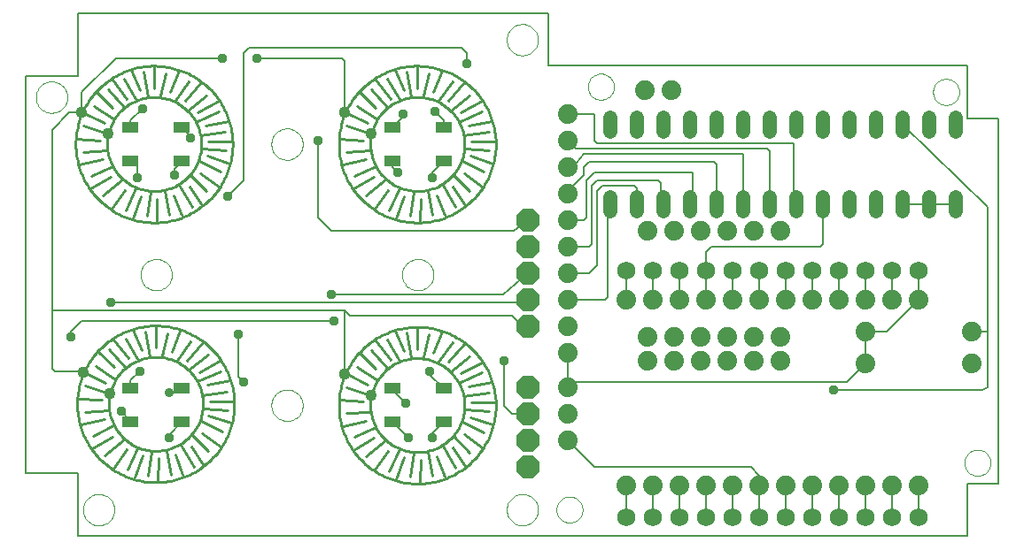
<source format=gtl>
G75*
%MOIN*%
%OFA0B0*%
%FSLAX24Y24*%
%IPPOS*%
%LPD*%
%AMOC8*
5,1,8,0,0,1.08239X$1,22.5*
%
%ADD10C,0.0000*%
%ADD11C,0.0080*%
%ADD12C,0.0100*%
%ADD13C,0.0436*%
%ADD14OC8,0.0850*%
%ADD15R,0.0591X0.0394*%
%ADD16C,0.0520*%
%ADD17C,0.0740*%
%ADD18C,0.0690*%
%ADD19C,0.0356*%
%ADD20OC8,0.0356*%
D10*
X002665Y001484D02*
X002667Y001532D01*
X002673Y001580D01*
X002683Y001627D01*
X002696Y001673D01*
X002714Y001718D01*
X002734Y001762D01*
X002759Y001804D01*
X002787Y001843D01*
X002817Y001880D01*
X002851Y001914D01*
X002888Y001946D01*
X002926Y001975D01*
X002967Y002000D01*
X003010Y002022D01*
X003055Y002040D01*
X003101Y002054D01*
X003148Y002065D01*
X003196Y002072D01*
X003244Y002075D01*
X003292Y002074D01*
X003340Y002069D01*
X003388Y002060D01*
X003434Y002048D01*
X003479Y002031D01*
X003523Y002011D01*
X003565Y001988D01*
X003605Y001961D01*
X003643Y001931D01*
X003678Y001898D01*
X003710Y001862D01*
X003740Y001824D01*
X003766Y001783D01*
X003788Y001740D01*
X003808Y001696D01*
X003823Y001651D01*
X003835Y001604D01*
X003843Y001556D01*
X003847Y001508D01*
X003847Y001460D01*
X003843Y001412D01*
X003835Y001364D01*
X003823Y001317D01*
X003808Y001272D01*
X003788Y001228D01*
X003766Y001185D01*
X003740Y001144D01*
X003710Y001106D01*
X003678Y001070D01*
X003643Y001037D01*
X003605Y001007D01*
X003565Y000980D01*
X003523Y000957D01*
X003479Y000937D01*
X003434Y000920D01*
X003388Y000908D01*
X003340Y000899D01*
X003292Y000894D01*
X003244Y000893D01*
X003196Y000896D01*
X003148Y000903D01*
X003101Y000914D01*
X003055Y000928D01*
X003010Y000946D01*
X002967Y000968D01*
X002926Y000993D01*
X002888Y001022D01*
X002851Y001054D01*
X002817Y001088D01*
X002787Y001125D01*
X002759Y001164D01*
X002734Y001206D01*
X002714Y001250D01*
X002696Y001295D01*
X002683Y001341D01*
X002673Y001388D01*
X002667Y001436D01*
X002665Y001484D01*
X009752Y005421D02*
X009754Y005469D01*
X009760Y005517D01*
X009770Y005564D01*
X009783Y005610D01*
X009801Y005655D01*
X009821Y005699D01*
X009846Y005741D01*
X009874Y005780D01*
X009904Y005817D01*
X009938Y005851D01*
X009975Y005883D01*
X010013Y005912D01*
X010054Y005937D01*
X010097Y005959D01*
X010142Y005977D01*
X010188Y005991D01*
X010235Y006002D01*
X010283Y006009D01*
X010331Y006012D01*
X010379Y006011D01*
X010427Y006006D01*
X010475Y005997D01*
X010521Y005985D01*
X010566Y005968D01*
X010610Y005948D01*
X010652Y005925D01*
X010692Y005898D01*
X010730Y005868D01*
X010765Y005835D01*
X010797Y005799D01*
X010827Y005761D01*
X010853Y005720D01*
X010875Y005677D01*
X010895Y005633D01*
X010910Y005588D01*
X010922Y005541D01*
X010930Y005493D01*
X010934Y005445D01*
X010934Y005397D01*
X010930Y005349D01*
X010922Y005301D01*
X010910Y005254D01*
X010895Y005209D01*
X010875Y005165D01*
X010853Y005122D01*
X010827Y005081D01*
X010797Y005043D01*
X010765Y005007D01*
X010730Y004974D01*
X010692Y004944D01*
X010652Y004917D01*
X010610Y004894D01*
X010566Y004874D01*
X010521Y004857D01*
X010475Y004845D01*
X010427Y004836D01*
X010379Y004831D01*
X010331Y004830D01*
X010283Y004833D01*
X010235Y004840D01*
X010188Y004851D01*
X010142Y004865D01*
X010097Y004883D01*
X010054Y004905D01*
X010013Y004930D01*
X009975Y004959D01*
X009938Y004991D01*
X009904Y005025D01*
X009874Y005062D01*
X009846Y005101D01*
X009821Y005143D01*
X009801Y005187D01*
X009783Y005232D01*
X009770Y005278D01*
X009760Y005325D01*
X009754Y005373D01*
X009752Y005421D01*
X004830Y010343D02*
X004832Y010391D01*
X004838Y010439D01*
X004848Y010486D01*
X004861Y010532D01*
X004879Y010577D01*
X004899Y010621D01*
X004924Y010663D01*
X004952Y010702D01*
X004982Y010739D01*
X005016Y010773D01*
X005053Y010805D01*
X005091Y010834D01*
X005132Y010859D01*
X005175Y010881D01*
X005220Y010899D01*
X005266Y010913D01*
X005313Y010924D01*
X005361Y010931D01*
X005409Y010934D01*
X005457Y010933D01*
X005505Y010928D01*
X005553Y010919D01*
X005599Y010907D01*
X005644Y010890D01*
X005688Y010870D01*
X005730Y010847D01*
X005770Y010820D01*
X005808Y010790D01*
X005843Y010757D01*
X005875Y010721D01*
X005905Y010683D01*
X005931Y010642D01*
X005953Y010599D01*
X005973Y010555D01*
X005988Y010510D01*
X006000Y010463D01*
X006008Y010415D01*
X006012Y010367D01*
X006012Y010319D01*
X006008Y010271D01*
X006000Y010223D01*
X005988Y010176D01*
X005973Y010131D01*
X005953Y010087D01*
X005931Y010044D01*
X005905Y010003D01*
X005875Y009965D01*
X005843Y009929D01*
X005808Y009896D01*
X005770Y009866D01*
X005730Y009839D01*
X005688Y009816D01*
X005644Y009796D01*
X005599Y009779D01*
X005553Y009767D01*
X005505Y009758D01*
X005457Y009753D01*
X005409Y009752D01*
X005361Y009755D01*
X005313Y009762D01*
X005266Y009773D01*
X005220Y009787D01*
X005175Y009805D01*
X005132Y009827D01*
X005091Y009852D01*
X005053Y009881D01*
X005016Y009913D01*
X004982Y009947D01*
X004952Y009984D01*
X004924Y010023D01*
X004899Y010065D01*
X004879Y010109D01*
X004861Y010154D01*
X004848Y010200D01*
X004838Y010247D01*
X004832Y010295D01*
X004830Y010343D01*
X009752Y015264D02*
X009754Y015312D01*
X009760Y015360D01*
X009770Y015407D01*
X009783Y015453D01*
X009801Y015498D01*
X009821Y015542D01*
X009846Y015584D01*
X009874Y015623D01*
X009904Y015660D01*
X009938Y015694D01*
X009975Y015726D01*
X010013Y015755D01*
X010054Y015780D01*
X010097Y015802D01*
X010142Y015820D01*
X010188Y015834D01*
X010235Y015845D01*
X010283Y015852D01*
X010331Y015855D01*
X010379Y015854D01*
X010427Y015849D01*
X010475Y015840D01*
X010521Y015828D01*
X010566Y015811D01*
X010610Y015791D01*
X010652Y015768D01*
X010692Y015741D01*
X010730Y015711D01*
X010765Y015678D01*
X010797Y015642D01*
X010827Y015604D01*
X010853Y015563D01*
X010875Y015520D01*
X010895Y015476D01*
X010910Y015431D01*
X010922Y015384D01*
X010930Y015336D01*
X010934Y015288D01*
X010934Y015240D01*
X010930Y015192D01*
X010922Y015144D01*
X010910Y015097D01*
X010895Y015052D01*
X010875Y015008D01*
X010853Y014965D01*
X010827Y014924D01*
X010797Y014886D01*
X010765Y014850D01*
X010730Y014817D01*
X010692Y014787D01*
X010652Y014760D01*
X010610Y014737D01*
X010566Y014717D01*
X010521Y014700D01*
X010475Y014688D01*
X010427Y014679D01*
X010379Y014674D01*
X010331Y014673D01*
X010283Y014676D01*
X010235Y014683D01*
X010188Y014694D01*
X010142Y014708D01*
X010097Y014726D01*
X010054Y014748D01*
X010013Y014773D01*
X009975Y014802D01*
X009938Y014834D01*
X009904Y014868D01*
X009874Y014905D01*
X009846Y014944D01*
X009821Y014986D01*
X009801Y015030D01*
X009783Y015075D01*
X009770Y015121D01*
X009760Y015168D01*
X009754Y015216D01*
X009752Y015264D01*
X000893Y017035D02*
X000895Y017083D01*
X000901Y017131D01*
X000911Y017178D01*
X000924Y017224D01*
X000942Y017269D01*
X000962Y017313D01*
X000987Y017355D01*
X001015Y017394D01*
X001045Y017431D01*
X001079Y017465D01*
X001116Y017497D01*
X001154Y017526D01*
X001195Y017551D01*
X001238Y017573D01*
X001283Y017591D01*
X001329Y017605D01*
X001376Y017616D01*
X001424Y017623D01*
X001472Y017626D01*
X001520Y017625D01*
X001568Y017620D01*
X001616Y017611D01*
X001662Y017599D01*
X001707Y017582D01*
X001751Y017562D01*
X001793Y017539D01*
X001833Y017512D01*
X001871Y017482D01*
X001906Y017449D01*
X001938Y017413D01*
X001968Y017375D01*
X001994Y017334D01*
X002016Y017291D01*
X002036Y017247D01*
X002051Y017202D01*
X002063Y017155D01*
X002071Y017107D01*
X002075Y017059D01*
X002075Y017011D01*
X002071Y016963D01*
X002063Y016915D01*
X002051Y016868D01*
X002036Y016823D01*
X002016Y016779D01*
X001994Y016736D01*
X001968Y016695D01*
X001938Y016657D01*
X001906Y016621D01*
X001871Y016588D01*
X001833Y016558D01*
X001793Y016531D01*
X001751Y016508D01*
X001707Y016488D01*
X001662Y016471D01*
X001616Y016459D01*
X001568Y016450D01*
X001520Y016445D01*
X001472Y016444D01*
X001424Y016447D01*
X001376Y016454D01*
X001329Y016465D01*
X001283Y016479D01*
X001238Y016497D01*
X001195Y016519D01*
X001154Y016544D01*
X001116Y016573D01*
X001079Y016605D01*
X001045Y016639D01*
X001015Y016676D01*
X000987Y016715D01*
X000962Y016757D01*
X000942Y016801D01*
X000924Y016846D01*
X000911Y016892D01*
X000901Y016939D01*
X000895Y016987D01*
X000893Y017035D01*
X014673Y010343D02*
X014675Y010391D01*
X014681Y010439D01*
X014691Y010486D01*
X014704Y010532D01*
X014722Y010577D01*
X014742Y010621D01*
X014767Y010663D01*
X014795Y010702D01*
X014825Y010739D01*
X014859Y010773D01*
X014896Y010805D01*
X014934Y010834D01*
X014975Y010859D01*
X015018Y010881D01*
X015063Y010899D01*
X015109Y010913D01*
X015156Y010924D01*
X015204Y010931D01*
X015252Y010934D01*
X015300Y010933D01*
X015348Y010928D01*
X015396Y010919D01*
X015442Y010907D01*
X015487Y010890D01*
X015531Y010870D01*
X015573Y010847D01*
X015613Y010820D01*
X015651Y010790D01*
X015686Y010757D01*
X015718Y010721D01*
X015748Y010683D01*
X015774Y010642D01*
X015796Y010599D01*
X015816Y010555D01*
X015831Y010510D01*
X015843Y010463D01*
X015851Y010415D01*
X015855Y010367D01*
X015855Y010319D01*
X015851Y010271D01*
X015843Y010223D01*
X015831Y010176D01*
X015816Y010131D01*
X015796Y010087D01*
X015774Y010044D01*
X015748Y010003D01*
X015718Y009965D01*
X015686Y009929D01*
X015651Y009896D01*
X015613Y009866D01*
X015573Y009839D01*
X015531Y009816D01*
X015487Y009796D01*
X015442Y009779D01*
X015396Y009767D01*
X015348Y009758D01*
X015300Y009753D01*
X015252Y009752D01*
X015204Y009755D01*
X015156Y009762D01*
X015109Y009773D01*
X015063Y009787D01*
X015018Y009805D01*
X014975Y009827D01*
X014934Y009852D01*
X014896Y009881D01*
X014859Y009913D01*
X014825Y009947D01*
X014795Y009984D01*
X014767Y010023D01*
X014742Y010065D01*
X014722Y010109D01*
X014704Y010154D01*
X014691Y010200D01*
X014681Y010247D01*
X014675Y010295D01*
X014673Y010343D01*
X021662Y017429D02*
X021664Y017473D01*
X021670Y017517D01*
X021680Y017560D01*
X021693Y017602D01*
X021711Y017642D01*
X021732Y017681D01*
X021756Y017718D01*
X021783Y017753D01*
X021814Y017785D01*
X021847Y017814D01*
X021883Y017840D01*
X021921Y017862D01*
X021961Y017881D01*
X022002Y017897D01*
X022045Y017909D01*
X022088Y017917D01*
X022132Y017921D01*
X022176Y017921D01*
X022220Y017917D01*
X022263Y017909D01*
X022306Y017897D01*
X022347Y017881D01*
X022387Y017862D01*
X022425Y017840D01*
X022461Y017814D01*
X022494Y017785D01*
X022525Y017753D01*
X022552Y017718D01*
X022576Y017681D01*
X022597Y017642D01*
X022615Y017602D01*
X022628Y017560D01*
X022638Y017517D01*
X022644Y017473D01*
X022646Y017429D01*
X022644Y017385D01*
X022638Y017341D01*
X022628Y017298D01*
X022615Y017256D01*
X022597Y017216D01*
X022576Y017177D01*
X022552Y017140D01*
X022525Y017105D01*
X022494Y017073D01*
X022461Y017044D01*
X022425Y017018D01*
X022387Y016996D01*
X022347Y016977D01*
X022306Y016961D01*
X022263Y016949D01*
X022220Y016941D01*
X022176Y016937D01*
X022132Y016937D01*
X022088Y016941D01*
X022045Y016949D01*
X022002Y016961D01*
X021961Y016977D01*
X021921Y016996D01*
X021883Y017018D01*
X021847Y017044D01*
X021814Y017073D01*
X021783Y017105D01*
X021756Y017140D01*
X021732Y017177D01*
X021711Y017216D01*
X021693Y017256D01*
X021680Y017298D01*
X021670Y017341D01*
X021664Y017385D01*
X021662Y017429D01*
X018610Y019201D02*
X018612Y019249D01*
X018618Y019297D01*
X018628Y019344D01*
X018641Y019390D01*
X018659Y019435D01*
X018679Y019479D01*
X018704Y019521D01*
X018732Y019560D01*
X018762Y019597D01*
X018796Y019631D01*
X018833Y019663D01*
X018871Y019692D01*
X018912Y019717D01*
X018955Y019739D01*
X019000Y019757D01*
X019046Y019771D01*
X019093Y019782D01*
X019141Y019789D01*
X019189Y019792D01*
X019237Y019791D01*
X019285Y019786D01*
X019333Y019777D01*
X019379Y019765D01*
X019424Y019748D01*
X019468Y019728D01*
X019510Y019705D01*
X019550Y019678D01*
X019588Y019648D01*
X019623Y019615D01*
X019655Y019579D01*
X019685Y019541D01*
X019711Y019500D01*
X019733Y019457D01*
X019753Y019413D01*
X019768Y019368D01*
X019780Y019321D01*
X019788Y019273D01*
X019792Y019225D01*
X019792Y019177D01*
X019788Y019129D01*
X019780Y019081D01*
X019768Y019034D01*
X019753Y018989D01*
X019733Y018945D01*
X019711Y018902D01*
X019685Y018861D01*
X019655Y018823D01*
X019623Y018787D01*
X019588Y018754D01*
X019550Y018724D01*
X019510Y018697D01*
X019468Y018674D01*
X019424Y018654D01*
X019379Y018637D01*
X019333Y018625D01*
X019285Y018616D01*
X019237Y018611D01*
X019189Y018610D01*
X019141Y018613D01*
X019093Y018620D01*
X019046Y018631D01*
X019000Y018645D01*
X018955Y018663D01*
X018912Y018685D01*
X018871Y018710D01*
X018833Y018739D01*
X018796Y018771D01*
X018762Y018805D01*
X018732Y018842D01*
X018704Y018881D01*
X018679Y018923D01*
X018659Y018967D01*
X018641Y019012D01*
X018628Y019058D01*
X018618Y019105D01*
X018612Y019153D01*
X018610Y019201D01*
X034654Y017232D02*
X034656Y017276D01*
X034662Y017320D01*
X034672Y017363D01*
X034685Y017405D01*
X034703Y017445D01*
X034724Y017484D01*
X034748Y017521D01*
X034775Y017556D01*
X034806Y017588D01*
X034839Y017617D01*
X034875Y017643D01*
X034913Y017665D01*
X034953Y017684D01*
X034994Y017700D01*
X035037Y017712D01*
X035080Y017720D01*
X035124Y017724D01*
X035168Y017724D01*
X035212Y017720D01*
X035255Y017712D01*
X035298Y017700D01*
X035339Y017684D01*
X035379Y017665D01*
X035417Y017643D01*
X035453Y017617D01*
X035486Y017588D01*
X035517Y017556D01*
X035544Y017521D01*
X035568Y017484D01*
X035589Y017445D01*
X035607Y017405D01*
X035620Y017363D01*
X035630Y017320D01*
X035636Y017276D01*
X035638Y017232D01*
X035636Y017188D01*
X035630Y017144D01*
X035620Y017101D01*
X035607Y017059D01*
X035589Y017019D01*
X035568Y016980D01*
X035544Y016943D01*
X035517Y016908D01*
X035486Y016876D01*
X035453Y016847D01*
X035417Y016821D01*
X035379Y016799D01*
X035339Y016780D01*
X035298Y016764D01*
X035255Y016752D01*
X035212Y016744D01*
X035168Y016740D01*
X035124Y016740D01*
X035080Y016744D01*
X035037Y016752D01*
X034994Y016764D01*
X034953Y016780D01*
X034913Y016799D01*
X034875Y016821D01*
X034839Y016847D01*
X034806Y016876D01*
X034775Y016908D01*
X034748Y016943D01*
X034724Y016980D01*
X034703Y017019D01*
X034685Y017059D01*
X034672Y017101D01*
X034662Y017144D01*
X034656Y017188D01*
X034654Y017232D01*
X035835Y003256D02*
X035837Y003300D01*
X035843Y003344D01*
X035853Y003387D01*
X035866Y003429D01*
X035884Y003469D01*
X035905Y003508D01*
X035929Y003545D01*
X035956Y003580D01*
X035987Y003612D01*
X036020Y003641D01*
X036056Y003667D01*
X036094Y003689D01*
X036134Y003708D01*
X036175Y003724D01*
X036218Y003736D01*
X036261Y003744D01*
X036305Y003748D01*
X036349Y003748D01*
X036393Y003744D01*
X036436Y003736D01*
X036479Y003724D01*
X036520Y003708D01*
X036560Y003689D01*
X036598Y003667D01*
X036634Y003641D01*
X036667Y003612D01*
X036698Y003580D01*
X036725Y003545D01*
X036749Y003508D01*
X036770Y003469D01*
X036788Y003429D01*
X036801Y003387D01*
X036811Y003344D01*
X036817Y003300D01*
X036819Y003256D01*
X036817Y003212D01*
X036811Y003168D01*
X036801Y003125D01*
X036788Y003083D01*
X036770Y003043D01*
X036749Y003004D01*
X036725Y002967D01*
X036698Y002932D01*
X036667Y002900D01*
X036634Y002871D01*
X036598Y002845D01*
X036560Y002823D01*
X036520Y002804D01*
X036479Y002788D01*
X036436Y002776D01*
X036393Y002768D01*
X036349Y002764D01*
X036305Y002764D01*
X036261Y002768D01*
X036218Y002776D01*
X036175Y002788D01*
X036134Y002804D01*
X036094Y002823D01*
X036056Y002845D01*
X036020Y002871D01*
X035987Y002900D01*
X035956Y002932D01*
X035929Y002967D01*
X035905Y003004D01*
X035884Y003043D01*
X035866Y003083D01*
X035853Y003125D01*
X035843Y003168D01*
X035837Y003212D01*
X035835Y003256D01*
X020480Y001484D02*
X020482Y001528D01*
X020488Y001572D01*
X020498Y001615D01*
X020511Y001657D01*
X020529Y001697D01*
X020550Y001736D01*
X020574Y001773D01*
X020601Y001808D01*
X020632Y001840D01*
X020665Y001869D01*
X020701Y001895D01*
X020739Y001917D01*
X020779Y001936D01*
X020820Y001952D01*
X020863Y001964D01*
X020906Y001972D01*
X020950Y001976D01*
X020994Y001976D01*
X021038Y001972D01*
X021081Y001964D01*
X021124Y001952D01*
X021165Y001936D01*
X021205Y001917D01*
X021243Y001895D01*
X021279Y001869D01*
X021312Y001840D01*
X021343Y001808D01*
X021370Y001773D01*
X021394Y001736D01*
X021415Y001697D01*
X021433Y001657D01*
X021446Y001615D01*
X021456Y001572D01*
X021462Y001528D01*
X021464Y001484D01*
X021462Y001440D01*
X021456Y001396D01*
X021446Y001353D01*
X021433Y001311D01*
X021415Y001271D01*
X021394Y001232D01*
X021370Y001195D01*
X021343Y001160D01*
X021312Y001128D01*
X021279Y001099D01*
X021243Y001073D01*
X021205Y001051D01*
X021165Y001032D01*
X021124Y001016D01*
X021081Y001004D01*
X021038Y000996D01*
X020994Y000992D01*
X020950Y000992D01*
X020906Y000996D01*
X020863Y001004D01*
X020820Y001016D01*
X020779Y001032D01*
X020739Y001051D01*
X020701Y001073D01*
X020665Y001099D01*
X020632Y001128D01*
X020601Y001160D01*
X020574Y001195D01*
X020550Y001232D01*
X020529Y001271D01*
X020511Y001311D01*
X020498Y001353D01*
X020488Y001396D01*
X020482Y001440D01*
X020480Y001484D01*
X018610Y001484D02*
X018612Y001532D01*
X018618Y001580D01*
X018628Y001627D01*
X018641Y001673D01*
X018659Y001718D01*
X018679Y001762D01*
X018704Y001804D01*
X018732Y001843D01*
X018762Y001880D01*
X018796Y001914D01*
X018833Y001946D01*
X018871Y001975D01*
X018912Y002000D01*
X018955Y002022D01*
X019000Y002040D01*
X019046Y002054D01*
X019093Y002065D01*
X019141Y002072D01*
X019189Y002075D01*
X019237Y002074D01*
X019285Y002069D01*
X019333Y002060D01*
X019379Y002048D01*
X019424Y002031D01*
X019468Y002011D01*
X019510Y001988D01*
X019550Y001961D01*
X019588Y001931D01*
X019623Y001898D01*
X019655Y001862D01*
X019685Y001824D01*
X019711Y001783D01*
X019733Y001740D01*
X019753Y001696D01*
X019768Y001651D01*
X019780Y001604D01*
X019788Y001556D01*
X019792Y001508D01*
X019792Y001460D01*
X019788Y001412D01*
X019780Y001364D01*
X019768Y001317D01*
X019753Y001272D01*
X019733Y001228D01*
X019711Y001185D01*
X019685Y001144D01*
X019655Y001106D01*
X019623Y001070D01*
X019588Y001037D01*
X019550Y001007D01*
X019510Y000980D01*
X019468Y000957D01*
X019424Y000937D01*
X019379Y000920D01*
X019333Y000908D01*
X019285Y000899D01*
X019237Y000894D01*
X019189Y000893D01*
X019141Y000896D01*
X019093Y000903D01*
X019046Y000914D01*
X019000Y000928D01*
X018955Y000946D01*
X018912Y000968D01*
X018871Y000993D01*
X018833Y001022D01*
X018796Y001054D01*
X018762Y001088D01*
X018732Y001125D01*
X018704Y001164D01*
X018679Y001206D01*
X018659Y001250D01*
X018641Y001295D01*
X018628Y001341D01*
X018618Y001388D01*
X018612Y001436D01*
X018610Y001484D01*
D11*
X002469Y000500D02*
X002469Y002862D01*
X000500Y002862D01*
X000500Y017823D01*
X002469Y017823D01*
X002469Y020185D01*
X020185Y020185D01*
X020185Y018217D01*
X035933Y018217D01*
X035933Y016248D01*
X037114Y016248D01*
X037114Y002469D01*
X035933Y002469D01*
X035933Y000500D01*
X002469Y000500D01*
X005900Y004200D02*
X005900Y004306D01*
X006386Y004791D01*
X006235Y005900D02*
X005900Y005900D01*
X006235Y005900D02*
X006386Y006051D01*
X004800Y006700D02*
X004457Y006357D01*
X004457Y006051D01*
X004100Y005200D02*
X004457Y004843D01*
X004457Y004791D01*
X002682Y006657D02*
X002639Y006700D01*
X001600Y006700D01*
X001500Y006800D01*
X001500Y009000D01*
X001500Y015800D01*
X002150Y016450D01*
X002621Y016450D01*
X002621Y017221D01*
X003900Y018500D01*
X007900Y018500D01*
X008700Y018700D02*
X008900Y018900D01*
X016900Y018900D01*
X017100Y018700D01*
X017100Y018300D01*
X015900Y016500D02*
X016228Y016172D01*
X016228Y015894D01*
X014700Y016294D02*
X014299Y015894D01*
X014700Y016294D02*
X014700Y016400D01*
X012524Y016450D02*
X012500Y016474D01*
X012500Y018400D01*
X012400Y018500D01*
X009200Y018500D01*
X008700Y018700D02*
X008700Y013900D01*
X008100Y013300D01*
X006100Y014100D02*
X006100Y014348D01*
X006386Y014634D01*
X006700Y015500D02*
X006700Y015580D01*
X006386Y015894D01*
X004900Y016600D02*
X004457Y016157D01*
X004457Y015894D01*
X004457Y014634D02*
X004666Y014634D01*
X004700Y014600D01*
X004700Y014000D01*
X011500Y015400D02*
X011500Y012500D01*
X012000Y012000D01*
X018873Y012000D01*
X019400Y012400D01*
X020900Y012400D02*
X021500Y012400D01*
X021600Y012500D01*
X021600Y013900D01*
X021900Y014200D01*
X025600Y014200D01*
X025600Y013100D01*
X025500Y013000D01*
X024500Y013000D02*
X024400Y013100D01*
X024400Y013800D01*
X024300Y013900D01*
X022000Y013900D01*
X021800Y013700D01*
X021800Y011500D01*
X021700Y011400D01*
X020900Y011400D01*
X021700Y010400D02*
X022000Y010700D01*
X022000Y013500D01*
X022200Y013700D01*
X023400Y013700D01*
X023500Y013600D01*
X023500Y013000D01*
X022500Y013000D02*
X022400Y012900D01*
X022400Y009500D01*
X022300Y009400D01*
X020900Y009400D01*
X019400Y009400D02*
X018973Y009300D01*
X003700Y009300D01*
X002600Y008600D02*
X002200Y008200D01*
X002200Y008000D01*
X002600Y008600D02*
X012100Y008600D01*
X012500Y009000D02*
X012700Y008800D01*
X018800Y008800D01*
X019200Y008400D01*
X019400Y008400D01*
X020900Y007400D02*
X020900Y006300D01*
X031400Y006300D01*
X032100Y007000D01*
X032100Y008200D01*
X032925Y008200D01*
X034125Y009400D01*
X034125Y010500D01*
X033125Y010500D02*
X033125Y009400D01*
X032125Y009400D02*
X032125Y010500D01*
X031125Y010500D02*
X031125Y009400D01*
X030125Y009400D02*
X030125Y010500D01*
X029125Y010500D02*
X029125Y009400D01*
X028125Y009400D02*
X028125Y010500D01*
X027125Y010500D02*
X027125Y009400D01*
X026125Y009400D02*
X026125Y010500D01*
X026100Y010525D01*
X026100Y011200D01*
X026300Y011400D01*
X030400Y011400D01*
X030500Y011500D01*
X030500Y013000D01*
X029500Y013000D02*
X029400Y013100D01*
X029400Y015300D01*
X022000Y015300D01*
X021900Y015400D01*
X021900Y016400D01*
X020900Y016400D01*
X020900Y015400D02*
X021200Y015100D01*
X028400Y015100D01*
X028500Y015000D01*
X028500Y013000D01*
X027500Y013000D02*
X027500Y014900D01*
X021500Y014900D01*
X021100Y014400D01*
X020900Y014400D01*
X021500Y014400D02*
X021500Y014100D01*
X020900Y013500D01*
X020900Y013400D01*
X021500Y014400D02*
X021700Y014600D01*
X026400Y014600D01*
X026500Y014500D01*
X026500Y013000D01*
X025125Y010500D02*
X025125Y009400D01*
X024125Y009400D02*
X024125Y010500D01*
X023125Y010500D02*
X023125Y009400D01*
X021700Y010400D02*
X020900Y010400D01*
X019400Y010400D02*
X018473Y009600D01*
X012000Y009600D01*
X012500Y009000D02*
X001500Y009000D01*
X008500Y008100D02*
X008500Y006500D01*
X008700Y006300D01*
X012500Y006632D02*
X012524Y006607D01*
X012500Y006632D02*
X012500Y009000D01*
X015700Y006700D02*
X015700Y006580D01*
X016228Y006051D01*
X014800Y005500D02*
X014299Y006001D01*
X014299Y006051D01*
X014299Y004791D02*
X014600Y004491D01*
X014900Y004200D01*
X015800Y004200D02*
X015800Y004363D01*
X016228Y004791D01*
X018500Y005400D02*
X018800Y005100D01*
X019400Y005100D01*
X018500Y005400D02*
X018500Y007100D01*
X020900Y006300D02*
X020900Y006100D01*
X020900Y004100D02*
X021900Y003100D01*
X027800Y003100D01*
X028125Y002775D01*
X028125Y002400D01*
X028125Y001200D01*
X027125Y001200D02*
X027125Y002400D01*
X026125Y002400D02*
X026125Y001200D01*
X025125Y001200D02*
X025125Y002400D01*
X024125Y002400D02*
X024125Y001200D01*
X023125Y001200D02*
X023125Y002400D01*
X029125Y002400D02*
X029125Y001200D01*
X030125Y001200D02*
X030125Y002400D01*
X031125Y002400D02*
X031125Y001200D01*
X032125Y001200D02*
X032125Y002400D01*
X033125Y002400D02*
X033125Y001200D01*
X034125Y001200D02*
X034125Y002400D01*
X036500Y006000D02*
X030900Y006000D01*
X036100Y008200D02*
X036700Y008200D01*
X036700Y006100D01*
X036500Y006000D01*
X036700Y008200D02*
X036700Y012900D01*
X033500Y016000D01*
X033500Y013000D02*
X034500Y013000D01*
X035500Y013000D01*
X016228Y014634D02*
X015800Y014206D01*
X015800Y014000D01*
X014500Y014200D02*
X014299Y014401D01*
X014299Y014634D01*
D12*
X013667Y014445D02*
X012880Y014075D01*
X012856Y013591D02*
X013604Y014031D01*
X014037Y013937D02*
X013309Y013327D01*
X013635Y012835D02*
X014159Y013543D01*
X014561Y013602D02*
X014171Y012780D01*
X014446Y012476D02*
X014738Y013315D01*
X015100Y013465D02*
X014966Y012571D01*
X015332Y012335D02*
X015360Y013213D01*
X015635Y013508D02*
X015813Y012602D01*
X016265Y012583D02*
X015974Y013343D01*
X016194Y013728D02*
X016675Y012906D01*
X017033Y012980D02*
X016572Y013665D01*
X016624Y014106D02*
X017218Y013484D01*
X017675Y013665D02*
X016994Y014169D01*
X016939Y014634D02*
X017750Y014232D01*
X018088Y014547D02*
X017234Y014823D01*
X017057Y015094D02*
X017950Y015031D01*
X018151Y015358D02*
X017285Y015370D01*
X016982Y015602D02*
X017927Y015728D01*
X018045Y016146D02*
X017171Y015980D01*
X016813Y016114D02*
X017687Y016504D01*
X017667Y016886D02*
X016876Y016465D01*
X016498Y016547D02*
X017218Y017114D01*
X017025Y017591D02*
X016415Y016894D01*
X016025Y016874D02*
X016561Y017630D01*
X016163Y018031D02*
X015836Y017240D01*
X015478Y017083D02*
X015679Y017937D01*
X015246Y018201D02*
X015246Y017378D01*
X014726Y017303D02*
X014395Y018063D01*
X014124Y017736D02*
X014561Y016957D01*
X014226Y016980D02*
X013667Y017705D01*
X013498Y017327D02*
X014100Y016661D01*
X013671Y016642D02*
X013080Y017232D01*
X012974Y016705D02*
X013730Y016201D01*
X013364Y016051D02*
X012553Y016461D01*
X012572Y015949D02*
X013490Y015657D01*
X013206Y015409D02*
X012301Y015465D01*
X012584Y014969D02*
X013490Y015024D01*
X013320Y014685D02*
X012427Y014484D01*
X012293Y015264D02*
X012295Y015372D01*
X012301Y015481D01*
X012311Y015589D01*
X012325Y015696D01*
X012343Y015803D01*
X012364Y015910D01*
X012390Y016015D01*
X012420Y016120D01*
X012453Y016223D01*
X012490Y016325D01*
X012531Y016425D01*
X012575Y016524D01*
X012624Y016622D01*
X012675Y016717D01*
X012730Y016810D01*
X012789Y016902D01*
X012851Y016991D01*
X012916Y017078D01*
X012984Y017162D01*
X013055Y017244D01*
X013129Y017323D01*
X013206Y017399D01*
X013286Y017473D01*
X013369Y017543D01*
X013454Y017611D01*
X013541Y017675D01*
X013631Y017736D01*
X013723Y017794D01*
X013817Y017848D01*
X013913Y017899D01*
X014010Y017946D01*
X014110Y017990D01*
X014211Y018030D01*
X014313Y018066D01*
X014416Y018098D01*
X014521Y018127D01*
X014627Y018151D01*
X014733Y018172D01*
X014840Y018189D01*
X014948Y018202D01*
X015056Y018211D01*
X015165Y018216D01*
X015273Y018217D01*
X015382Y018214D01*
X015490Y018207D01*
X015598Y018196D01*
X015705Y018181D01*
X015812Y018162D01*
X015918Y018139D01*
X016023Y018113D01*
X016128Y018082D01*
X016230Y018048D01*
X016332Y018010D01*
X016432Y017968D01*
X016531Y017923D01*
X016628Y017874D01*
X016722Y017821D01*
X016815Y017765D01*
X016906Y017706D01*
X016995Y017643D01*
X017081Y017578D01*
X017165Y017509D01*
X017246Y017437D01*
X017324Y017362D01*
X017400Y017284D01*
X017473Y017203D01*
X017543Y017120D01*
X017609Y017035D01*
X017673Y016947D01*
X017733Y016856D01*
X017790Y016764D01*
X017843Y016669D01*
X017893Y016573D01*
X017939Y016475D01*
X017982Y016375D01*
X018021Y016274D01*
X018056Y016171D01*
X018088Y016068D01*
X018115Y015963D01*
X018139Y015857D01*
X018159Y015750D01*
X018175Y015643D01*
X018187Y015535D01*
X018195Y015427D01*
X018199Y015318D01*
X018199Y015210D01*
X018195Y015101D01*
X018187Y014993D01*
X018175Y014885D01*
X018159Y014778D01*
X018139Y014671D01*
X018115Y014565D01*
X018088Y014460D01*
X018056Y014357D01*
X018021Y014254D01*
X017982Y014153D01*
X017939Y014053D01*
X017893Y013955D01*
X017843Y013859D01*
X017790Y013764D01*
X017733Y013672D01*
X017673Y013581D01*
X017609Y013493D01*
X017543Y013408D01*
X017473Y013325D01*
X017400Y013244D01*
X017324Y013166D01*
X017246Y013091D01*
X017165Y013019D01*
X017081Y012950D01*
X016995Y012885D01*
X016906Y012822D01*
X016815Y012763D01*
X016723Y012707D01*
X016628Y012654D01*
X016531Y012605D01*
X016432Y012560D01*
X016332Y012518D01*
X016230Y012480D01*
X016128Y012446D01*
X016023Y012415D01*
X015918Y012389D01*
X015812Y012366D01*
X015705Y012347D01*
X015598Y012332D01*
X015490Y012321D01*
X015382Y012314D01*
X015273Y012311D01*
X015165Y012312D01*
X015056Y012317D01*
X014948Y012326D01*
X014840Y012339D01*
X014733Y012356D01*
X014627Y012377D01*
X014521Y012401D01*
X014416Y012430D01*
X014313Y012462D01*
X014211Y012498D01*
X014110Y012538D01*
X014010Y012582D01*
X013913Y012629D01*
X013817Y012680D01*
X013723Y012734D01*
X013631Y012792D01*
X013541Y012853D01*
X013454Y012917D01*
X013369Y012985D01*
X013286Y013055D01*
X013206Y013129D01*
X013129Y013205D01*
X013055Y013284D01*
X012984Y013366D01*
X012916Y013450D01*
X012851Y013537D01*
X012789Y013626D01*
X012730Y013718D01*
X012675Y013811D01*
X012624Y013906D01*
X012575Y014004D01*
X012531Y014103D01*
X012490Y014203D01*
X012453Y014305D01*
X012420Y014408D01*
X012390Y014513D01*
X012364Y014618D01*
X012343Y014725D01*
X012325Y014832D01*
X012311Y014939D01*
X012301Y015047D01*
X012295Y015156D01*
X012293Y015264D01*
X013478Y015268D02*
X013480Y015352D01*
X013486Y015435D01*
X013496Y015518D01*
X013510Y015601D01*
X013527Y015683D01*
X013549Y015764D01*
X013574Y015843D01*
X013603Y015922D01*
X013636Y015999D01*
X013672Y016074D01*
X013712Y016148D01*
X013755Y016220D01*
X013802Y016289D01*
X013852Y016356D01*
X013905Y016421D01*
X013961Y016483D01*
X014019Y016543D01*
X014081Y016600D01*
X014145Y016653D01*
X014212Y016704D01*
X014281Y016751D01*
X014352Y016796D01*
X014425Y016836D01*
X014500Y016873D01*
X014577Y016907D01*
X014655Y016937D01*
X014734Y016963D01*
X014815Y016986D01*
X014897Y017004D01*
X014979Y017019D01*
X015062Y017030D01*
X015145Y017037D01*
X015229Y017040D01*
X015313Y017039D01*
X015396Y017034D01*
X015480Y017025D01*
X015562Y017012D01*
X015644Y016996D01*
X015725Y016975D01*
X015806Y016951D01*
X015884Y016923D01*
X015962Y016891D01*
X016038Y016855D01*
X016112Y016816D01*
X016184Y016774D01*
X016254Y016728D01*
X016322Y016679D01*
X016387Y016627D01*
X016450Y016572D01*
X016510Y016514D01*
X016568Y016453D01*
X016622Y016389D01*
X016674Y016323D01*
X016722Y016255D01*
X016767Y016184D01*
X016808Y016111D01*
X016847Y016037D01*
X016881Y015961D01*
X016912Y015883D01*
X016939Y015804D01*
X016963Y015723D01*
X016982Y015642D01*
X016998Y015560D01*
X017010Y015477D01*
X017018Y015393D01*
X017022Y015310D01*
X017022Y015226D01*
X017018Y015143D01*
X017010Y015059D01*
X016998Y014976D01*
X016982Y014894D01*
X016963Y014813D01*
X016939Y014732D01*
X016912Y014653D01*
X016881Y014575D01*
X016847Y014499D01*
X016808Y014425D01*
X016767Y014352D01*
X016722Y014281D01*
X016674Y014213D01*
X016622Y014147D01*
X016568Y014083D01*
X016510Y014022D01*
X016450Y013964D01*
X016387Y013909D01*
X016322Y013857D01*
X016254Y013808D01*
X016184Y013762D01*
X016112Y013720D01*
X016038Y013681D01*
X015962Y013645D01*
X015884Y013613D01*
X015806Y013585D01*
X015725Y013561D01*
X015644Y013540D01*
X015562Y013524D01*
X015480Y013511D01*
X015396Y013502D01*
X015313Y013497D01*
X015229Y013496D01*
X015145Y013499D01*
X015062Y013506D01*
X014979Y013517D01*
X014897Y013532D01*
X014815Y013550D01*
X014734Y013573D01*
X014655Y013599D01*
X014577Y013629D01*
X014500Y013663D01*
X014425Y013700D01*
X014352Y013740D01*
X014281Y013785D01*
X014212Y013832D01*
X014145Y013883D01*
X014081Y013936D01*
X014019Y013993D01*
X013961Y014053D01*
X013905Y014115D01*
X013852Y014180D01*
X013802Y014247D01*
X013755Y014316D01*
X013712Y014388D01*
X013672Y014462D01*
X013636Y014537D01*
X013603Y014614D01*
X013574Y014693D01*
X013549Y014772D01*
X013527Y014853D01*
X013510Y014935D01*
X013496Y015018D01*
X013486Y015101D01*
X013480Y015184D01*
X013478Y015268D01*
X015006Y017063D02*
X014856Y018000D01*
X008248Y015358D02*
X007382Y015370D01*
X007154Y015094D02*
X008047Y015031D01*
X008185Y014547D02*
X007331Y014823D01*
X007035Y014634D02*
X007846Y014232D01*
X007772Y013665D02*
X007091Y014169D01*
X006720Y014106D02*
X007315Y013484D01*
X007130Y012980D02*
X006669Y013665D01*
X006291Y013728D02*
X006772Y012906D01*
X006362Y012583D02*
X006071Y013343D01*
X005732Y013508D02*
X005909Y012602D01*
X005429Y012335D02*
X005457Y013213D01*
X005197Y013465D02*
X005063Y012571D01*
X004543Y012476D02*
X004835Y013315D01*
X004657Y013602D02*
X004268Y012780D01*
X003732Y012835D02*
X004256Y013543D01*
X004134Y013937D02*
X003406Y013327D01*
X002953Y013591D02*
X003701Y014031D01*
X003764Y014445D02*
X002976Y014075D01*
X002524Y014484D02*
X003417Y014685D01*
X003587Y015024D02*
X002681Y014969D01*
X002398Y015465D02*
X003303Y015409D01*
X003587Y015657D02*
X002669Y015949D01*
X002650Y016461D02*
X003461Y016051D01*
X003827Y016201D02*
X003071Y016705D01*
X003177Y017232D02*
X003768Y016642D01*
X004197Y016661D02*
X003594Y017327D01*
X003764Y017705D02*
X004323Y016980D01*
X004657Y016957D02*
X004220Y017736D01*
X004492Y018063D02*
X004823Y017303D01*
X005102Y017063D02*
X004953Y018000D01*
X005343Y018201D02*
X005343Y017378D01*
X005575Y017083D02*
X005776Y017937D01*
X006260Y018031D02*
X005933Y017240D01*
X006122Y016874D02*
X006657Y017630D01*
X007122Y017591D02*
X006512Y016894D01*
X006594Y016547D02*
X007315Y017114D01*
X007764Y016886D02*
X006972Y016465D01*
X006909Y016114D02*
X007783Y016504D01*
X008142Y016146D02*
X007268Y015980D01*
X007079Y015602D02*
X008024Y015728D01*
X003574Y015268D02*
X003576Y015352D01*
X003582Y015435D01*
X003592Y015518D01*
X003606Y015601D01*
X003623Y015683D01*
X003645Y015764D01*
X003670Y015843D01*
X003699Y015922D01*
X003732Y015999D01*
X003768Y016074D01*
X003808Y016148D01*
X003851Y016220D01*
X003898Y016289D01*
X003948Y016356D01*
X004001Y016421D01*
X004057Y016483D01*
X004115Y016543D01*
X004177Y016600D01*
X004241Y016653D01*
X004308Y016704D01*
X004377Y016751D01*
X004448Y016796D01*
X004521Y016836D01*
X004596Y016873D01*
X004673Y016907D01*
X004751Y016937D01*
X004830Y016963D01*
X004911Y016986D01*
X004993Y017004D01*
X005075Y017019D01*
X005158Y017030D01*
X005241Y017037D01*
X005325Y017040D01*
X005409Y017039D01*
X005492Y017034D01*
X005576Y017025D01*
X005658Y017012D01*
X005740Y016996D01*
X005821Y016975D01*
X005902Y016951D01*
X005980Y016923D01*
X006058Y016891D01*
X006134Y016855D01*
X006208Y016816D01*
X006280Y016774D01*
X006350Y016728D01*
X006418Y016679D01*
X006483Y016627D01*
X006546Y016572D01*
X006606Y016514D01*
X006664Y016453D01*
X006718Y016389D01*
X006770Y016323D01*
X006818Y016255D01*
X006863Y016184D01*
X006904Y016111D01*
X006943Y016037D01*
X006977Y015961D01*
X007008Y015883D01*
X007035Y015804D01*
X007059Y015723D01*
X007078Y015642D01*
X007094Y015560D01*
X007106Y015477D01*
X007114Y015393D01*
X007118Y015310D01*
X007118Y015226D01*
X007114Y015143D01*
X007106Y015059D01*
X007094Y014976D01*
X007078Y014894D01*
X007059Y014813D01*
X007035Y014732D01*
X007008Y014653D01*
X006977Y014575D01*
X006943Y014499D01*
X006904Y014425D01*
X006863Y014352D01*
X006818Y014281D01*
X006770Y014213D01*
X006718Y014147D01*
X006664Y014083D01*
X006606Y014022D01*
X006546Y013964D01*
X006483Y013909D01*
X006418Y013857D01*
X006350Y013808D01*
X006280Y013762D01*
X006208Y013720D01*
X006134Y013681D01*
X006058Y013645D01*
X005980Y013613D01*
X005902Y013585D01*
X005821Y013561D01*
X005740Y013540D01*
X005658Y013524D01*
X005576Y013511D01*
X005492Y013502D01*
X005409Y013497D01*
X005325Y013496D01*
X005241Y013499D01*
X005158Y013506D01*
X005075Y013517D01*
X004993Y013532D01*
X004911Y013550D01*
X004830Y013573D01*
X004751Y013599D01*
X004673Y013629D01*
X004596Y013663D01*
X004521Y013700D01*
X004448Y013740D01*
X004377Y013785D01*
X004308Y013832D01*
X004241Y013883D01*
X004177Y013936D01*
X004115Y013993D01*
X004057Y014053D01*
X004001Y014115D01*
X003948Y014180D01*
X003898Y014247D01*
X003851Y014316D01*
X003808Y014388D01*
X003768Y014462D01*
X003732Y014537D01*
X003699Y014614D01*
X003670Y014693D01*
X003645Y014772D01*
X003623Y014853D01*
X003606Y014935D01*
X003592Y015018D01*
X003582Y015101D01*
X003576Y015184D01*
X003574Y015268D01*
X002390Y015264D02*
X002392Y015372D01*
X002398Y015481D01*
X002408Y015589D01*
X002422Y015696D01*
X002440Y015803D01*
X002461Y015910D01*
X002487Y016015D01*
X002517Y016120D01*
X002550Y016223D01*
X002587Y016325D01*
X002628Y016425D01*
X002672Y016524D01*
X002721Y016622D01*
X002772Y016717D01*
X002827Y016810D01*
X002886Y016902D01*
X002948Y016991D01*
X003013Y017078D01*
X003081Y017162D01*
X003152Y017244D01*
X003226Y017323D01*
X003303Y017399D01*
X003383Y017473D01*
X003466Y017543D01*
X003551Y017611D01*
X003638Y017675D01*
X003728Y017736D01*
X003820Y017794D01*
X003914Y017848D01*
X004010Y017899D01*
X004107Y017946D01*
X004207Y017990D01*
X004308Y018030D01*
X004410Y018066D01*
X004513Y018098D01*
X004618Y018127D01*
X004724Y018151D01*
X004830Y018172D01*
X004937Y018189D01*
X005045Y018202D01*
X005153Y018211D01*
X005262Y018216D01*
X005370Y018217D01*
X005479Y018214D01*
X005587Y018207D01*
X005695Y018196D01*
X005802Y018181D01*
X005909Y018162D01*
X006015Y018139D01*
X006120Y018113D01*
X006225Y018082D01*
X006327Y018048D01*
X006429Y018010D01*
X006529Y017968D01*
X006628Y017923D01*
X006725Y017874D01*
X006819Y017821D01*
X006912Y017765D01*
X007003Y017706D01*
X007092Y017643D01*
X007178Y017578D01*
X007262Y017509D01*
X007343Y017437D01*
X007421Y017362D01*
X007497Y017284D01*
X007570Y017203D01*
X007640Y017120D01*
X007706Y017035D01*
X007770Y016947D01*
X007830Y016856D01*
X007887Y016764D01*
X007940Y016669D01*
X007990Y016573D01*
X008036Y016475D01*
X008079Y016375D01*
X008118Y016274D01*
X008153Y016171D01*
X008185Y016068D01*
X008212Y015963D01*
X008236Y015857D01*
X008256Y015750D01*
X008272Y015643D01*
X008284Y015535D01*
X008292Y015427D01*
X008296Y015318D01*
X008296Y015210D01*
X008292Y015101D01*
X008284Y014993D01*
X008272Y014885D01*
X008256Y014778D01*
X008236Y014671D01*
X008212Y014565D01*
X008185Y014460D01*
X008153Y014357D01*
X008118Y014254D01*
X008079Y014153D01*
X008036Y014053D01*
X007990Y013955D01*
X007940Y013859D01*
X007887Y013764D01*
X007830Y013672D01*
X007770Y013581D01*
X007706Y013493D01*
X007640Y013408D01*
X007570Y013325D01*
X007497Y013244D01*
X007421Y013166D01*
X007343Y013091D01*
X007262Y013019D01*
X007178Y012950D01*
X007092Y012885D01*
X007003Y012822D01*
X006912Y012763D01*
X006820Y012707D01*
X006725Y012654D01*
X006628Y012605D01*
X006529Y012560D01*
X006429Y012518D01*
X006327Y012480D01*
X006225Y012446D01*
X006120Y012415D01*
X006015Y012389D01*
X005909Y012366D01*
X005802Y012347D01*
X005695Y012332D01*
X005587Y012321D01*
X005479Y012314D01*
X005370Y012311D01*
X005262Y012312D01*
X005153Y012317D01*
X005045Y012326D01*
X004937Y012339D01*
X004830Y012356D01*
X004724Y012377D01*
X004618Y012401D01*
X004513Y012430D01*
X004410Y012462D01*
X004308Y012498D01*
X004207Y012538D01*
X004107Y012582D01*
X004010Y012629D01*
X003914Y012680D01*
X003820Y012734D01*
X003728Y012792D01*
X003638Y012853D01*
X003551Y012917D01*
X003466Y012985D01*
X003383Y013055D01*
X003303Y013129D01*
X003226Y013205D01*
X003152Y013284D01*
X003081Y013366D01*
X003013Y013450D01*
X002948Y013537D01*
X002886Y013626D01*
X002827Y013718D01*
X002772Y013811D01*
X002721Y013906D01*
X002672Y014004D01*
X002628Y014103D01*
X002587Y014203D01*
X002550Y014305D01*
X002517Y014408D01*
X002487Y014513D01*
X002461Y014618D01*
X002440Y014725D01*
X002422Y014832D01*
X002408Y014939D01*
X002398Y015047D01*
X002392Y015156D01*
X002390Y015264D01*
X005403Y008408D02*
X005403Y007585D01*
X004883Y007511D02*
X004553Y008270D01*
X004281Y007944D02*
X004718Y007164D01*
X004383Y007188D02*
X003824Y007912D01*
X003655Y007534D02*
X004257Y006869D01*
X003828Y006849D02*
X003238Y007440D01*
X003131Y006912D02*
X003887Y006408D01*
X003521Y006259D02*
X002710Y006668D01*
X002730Y006156D02*
X003647Y005865D01*
X003364Y005617D02*
X002458Y005672D01*
X002742Y005176D02*
X003647Y005231D01*
X003478Y004893D02*
X002584Y004692D01*
X003037Y004282D02*
X003824Y004652D01*
X003761Y004239D02*
X003013Y003798D01*
X003466Y003534D02*
X004194Y004144D01*
X004317Y003751D02*
X003793Y003042D01*
X004328Y002987D02*
X004718Y003810D01*
X004895Y003522D02*
X004604Y002684D01*
X005124Y002778D02*
X005257Y003672D01*
X005793Y003715D02*
X005970Y002810D01*
X006423Y002790D02*
X006131Y003550D01*
X006352Y003936D02*
X006832Y003113D01*
X007191Y003188D02*
X006730Y003873D01*
X006781Y004314D02*
X007376Y003692D01*
X007832Y003873D02*
X007151Y004377D01*
X007096Y004841D02*
X007907Y004440D01*
X008246Y004755D02*
X007391Y005030D01*
X007214Y005302D02*
X008108Y005239D01*
X008309Y005566D02*
X007443Y005578D01*
X007139Y005810D02*
X008084Y005936D01*
X008202Y006353D02*
X007328Y006188D01*
X006970Y006322D02*
X007844Y006711D01*
X007824Y007093D02*
X007033Y006672D01*
X006655Y006755D02*
X007376Y007322D01*
X007183Y007798D02*
X006572Y007101D01*
X006183Y007081D02*
X006718Y007837D01*
X006320Y008239D02*
X005994Y007448D01*
X005635Y007290D02*
X005836Y008144D01*
X005013Y008207D02*
X005163Y007270D01*
X003635Y005475D02*
X003637Y005559D01*
X003643Y005642D01*
X003653Y005725D01*
X003667Y005808D01*
X003684Y005890D01*
X003706Y005971D01*
X003731Y006050D01*
X003760Y006129D01*
X003793Y006206D01*
X003829Y006281D01*
X003869Y006355D01*
X003912Y006427D01*
X003959Y006496D01*
X004009Y006563D01*
X004062Y006628D01*
X004118Y006690D01*
X004176Y006750D01*
X004238Y006807D01*
X004302Y006860D01*
X004369Y006911D01*
X004438Y006958D01*
X004509Y007003D01*
X004582Y007043D01*
X004657Y007080D01*
X004734Y007114D01*
X004812Y007144D01*
X004891Y007170D01*
X004972Y007193D01*
X005054Y007211D01*
X005136Y007226D01*
X005219Y007237D01*
X005302Y007244D01*
X005386Y007247D01*
X005470Y007246D01*
X005553Y007241D01*
X005637Y007232D01*
X005719Y007219D01*
X005801Y007203D01*
X005882Y007182D01*
X005963Y007158D01*
X006041Y007130D01*
X006119Y007098D01*
X006195Y007062D01*
X006269Y007023D01*
X006341Y006981D01*
X006411Y006935D01*
X006479Y006886D01*
X006544Y006834D01*
X006607Y006779D01*
X006667Y006721D01*
X006725Y006660D01*
X006779Y006596D01*
X006831Y006530D01*
X006879Y006462D01*
X006924Y006391D01*
X006965Y006318D01*
X007004Y006244D01*
X007038Y006168D01*
X007069Y006090D01*
X007096Y006011D01*
X007120Y005930D01*
X007139Y005849D01*
X007155Y005767D01*
X007167Y005684D01*
X007175Y005600D01*
X007179Y005517D01*
X007179Y005433D01*
X007175Y005350D01*
X007167Y005266D01*
X007155Y005183D01*
X007139Y005101D01*
X007120Y005020D01*
X007096Y004939D01*
X007069Y004860D01*
X007038Y004782D01*
X007004Y004706D01*
X006965Y004632D01*
X006924Y004559D01*
X006879Y004488D01*
X006831Y004420D01*
X006779Y004354D01*
X006725Y004290D01*
X006667Y004229D01*
X006607Y004171D01*
X006544Y004116D01*
X006479Y004064D01*
X006411Y004015D01*
X006341Y003969D01*
X006269Y003927D01*
X006195Y003888D01*
X006119Y003852D01*
X006041Y003820D01*
X005963Y003792D01*
X005882Y003768D01*
X005801Y003747D01*
X005719Y003731D01*
X005637Y003718D01*
X005553Y003709D01*
X005470Y003704D01*
X005386Y003703D01*
X005302Y003706D01*
X005219Y003713D01*
X005136Y003724D01*
X005054Y003739D01*
X004972Y003757D01*
X004891Y003780D01*
X004812Y003806D01*
X004734Y003836D01*
X004657Y003870D01*
X004582Y003907D01*
X004509Y003947D01*
X004438Y003992D01*
X004369Y004039D01*
X004302Y004090D01*
X004238Y004143D01*
X004176Y004200D01*
X004118Y004260D01*
X004062Y004322D01*
X004009Y004387D01*
X003959Y004454D01*
X003912Y004523D01*
X003869Y004595D01*
X003829Y004669D01*
X003793Y004744D01*
X003760Y004821D01*
X003731Y004900D01*
X003706Y004979D01*
X003684Y005060D01*
X003667Y005142D01*
X003653Y005225D01*
X003643Y005308D01*
X003637Y005391D01*
X003635Y005475D01*
X002450Y005471D02*
X002452Y005579D01*
X002458Y005688D01*
X002468Y005796D01*
X002482Y005903D01*
X002500Y006010D01*
X002521Y006117D01*
X002547Y006222D01*
X002577Y006327D01*
X002610Y006430D01*
X002647Y006532D01*
X002688Y006632D01*
X002732Y006731D01*
X002781Y006829D01*
X002832Y006924D01*
X002887Y007017D01*
X002946Y007109D01*
X003008Y007198D01*
X003073Y007285D01*
X003141Y007369D01*
X003212Y007451D01*
X003286Y007530D01*
X003363Y007606D01*
X003443Y007680D01*
X003526Y007750D01*
X003611Y007818D01*
X003698Y007882D01*
X003788Y007943D01*
X003880Y008001D01*
X003974Y008055D01*
X004070Y008106D01*
X004167Y008153D01*
X004267Y008197D01*
X004368Y008237D01*
X004470Y008273D01*
X004573Y008305D01*
X004678Y008334D01*
X004784Y008358D01*
X004890Y008379D01*
X004997Y008396D01*
X005105Y008409D01*
X005213Y008418D01*
X005322Y008423D01*
X005430Y008424D01*
X005539Y008421D01*
X005647Y008414D01*
X005755Y008403D01*
X005862Y008388D01*
X005969Y008369D01*
X006075Y008346D01*
X006180Y008320D01*
X006285Y008289D01*
X006387Y008255D01*
X006489Y008217D01*
X006589Y008175D01*
X006688Y008130D01*
X006785Y008081D01*
X006879Y008028D01*
X006972Y007972D01*
X007063Y007913D01*
X007152Y007850D01*
X007238Y007785D01*
X007322Y007716D01*
X007403Y007644D01*
X007481Y007569D01*
X007557Y007491D01*
X007630Y007410D01*
X007700Y007327D01*
X007766Y007242D01*
X007830Y007154D01*
X007890Y007063D01*
X007947Y006971D01*
X008000Y006876D01*
X008050Y006780D01*
X008096Y006682D01*
X008139Y006582D01*
X008178Y006481D01*
X008213Y006378D01*
X008245Y006275D01*
X008272Y006170D01*
X008296Y006064D01*
X008316Y005957D01*
X008332Y005850D01*
X008344Y005742D01*
X008352Y005634D01*
X008356Y005525D01*
X008356Y005417D01*
X008352Y005308D01*
X008344Y005200D01*
X008332Y005092D01*
X008316Y004985D01*
X008296Y004878D01*
X008272Y004772D01*
X008245Y004667D01*
X008213Y004564D01*
X008178Y004461D01*
X008139Y004360D01*
X008096Y004260D01*
X008050Y004162D01*
X008000Y004066D01*
X007947Y003971D01*
X007890Y003879D01*
X007830Y003788D01*
X007766Y003700D01*
X007700Y003615D01*
X007630Y003532D01*
X007557Y003451D01*
X007481Y003373D01*
X007403Y003298D01*
X007322Y003226D01*
X007238Y003157D01*
X007152Y003092D01*
X007063Y003029D01*
X006972Y002970D01*
X006880Y002914D01*
X006785Y002861D01*
X006688Y002812D01*
X006589Y002767D01*
X006489Y002725D01*
X006387Y002687D01*
X006285Y002653D01*
X006180Y002622D01*
X006075Y002596D01*
X005969Y002573D01*
X005862Y002554D01*
X005755Y002539D01*
X005647Y002528D01*
X005539Y002521D01*
X005430Y002518D01*
X005322Y002519D01*
X005213Y002524D01*
X005105Y002533D01*
X004997Y002546D01*
X004890Y002563D01*
X004784Y002584D01*
X004678Y002608D01*
X004573Y002637D01*
X004470Y002669D01*
X004368Y002705D01*
X004267Y002745D01*
X004167Y002789D01*
X004070Y002836D01*
X003974Y002887D01*
X003880Y002941D01*
X003788Y002999D01*
X003698Y003060D01*
X003611Y003124D01*
X003526Y003192D01*
X003443Y003262D01*
X003363Y003336D01*
X003286Y003412D01*
X003212Y003491D01*
X003141Y003573D01*
X003073Y003657D01*
X003008Y003744D01*
X002946Y003833D01*
X002887Y003925D01*
X002832Y004018D01*
X002781Y004113D01*
X002732Y004211D01*
X002688Y004310D01*
X002647Y004410D01*
X002610Y004512D01*
X002577Y004615D01*
X002547Y004720D01*
X002521Y004825D01*
X002500Y004932D01*
X002482Y005039D01*
X002468Y005146D01*
X002458Y005254D01*
X002452Y005363D01*
X002450Y005471D01*
X005517Y003420D02*
X005490Y002542D01*
X012427Y004642D02*
X013320Y004843D01*
X013667Y004602D02*
X012880Y004232D01*
X012856Y003748D02*
X013604Y004189D01*
X014037Y004094D02*
X013309Y003484D01*
X013635Y002992D02*
X014159Y003701D01*
X014561Y003760D02*
X014171Y002937D01*
X014446Y002634D02*
X014738Y003472D01*
X015100Y003622D02*
X014966Y002728D01*
X015332Y002492D02*
X015360Y003370D01*
X015974Y003500D02*
X016265Y002740D01*
X015813Y002760D02*
X015635Y003665D01*
X016194Y003886D02*
X016675Y003063D01*
X017033Y003138D02*
X016572Y003823D01*
X016624Y004264D02*
X017218Y003642D01*
X017675Y003823D02*
X016994Y004327D01*
X016939Y004791D02*
X017750Y004390D01*
X018088Y004705D02*
X017234Y004980D01*
X017057Y005252D02*
X017950Y005189D01*
X018151Y005516D02*
X017285Y005528D01*
X016982Y005760D02*
X017927Y005886D01*
X018045Y006303D02*
X017171Y006138D01*
X016813Y006272D02*
X017687Y006661D01*
X017667Y007043D02*
X016876Y006622D01*
X016498Y006705D02*
X017218Y007272D01*
X017025Y007748D02*
X016415Y007051D01*
X016025Y007031D02*
X016561Y007787D01*
X016163Y008189D02*
X015836Y007398D01*
X015478Y007240D02*
X015679Y008094D01*
X015246Y008358D02*
X015246Y007535D01*
X014726Y007461D02*
X014395Y008220D01*
X014856Y008157D02*
X015006Y007220D01*
X014561Y007114D02*
X014124Y007894D01*
X013667Y007862D02*
X014226Y007138D01*
X014100Y006819D02*
X013498Y007484D01*
X013080Y007390D02*
X013671Y006799D01*
X013730Y006358D02*
X012974Y006862D01*
X012553Y006618D02*
X013364Y006209D01*
X013490Y005815D02*
X012572Y006106D01*
X012301Y005622D02*
X013206Y005567D01*
X013490Y005181D02*
X012584Y005126D01*
X012293Y005421D02*
X012295Y005529D01*
X012301Y005638D01*
X012311Y005746D01*
X012325Y005853D01*
X012343Y005960D01*
X012364Y006067D01*
X012390Y006172D01*
X012420Y006277D01*
X012453Y006380D01*
X012490Y006482D01*
X012531Y006582D01*
X012575Y006681D01*
X012624Y006779D01*
X012675Y006874D01*
X012730Y006967D01*
X012789Y007059D01*
X012851Y007148D01*
X012916Y007235D01*
X012984Y007319D01*
X013055Y007401D01*
X013129Y007480D01*
X013206Y007556D01*
X013286Y007630D01*
X013369Y007700D01*
X013454Y007768D01*
X013541Y007832D01*
X013631Y007893D01*
X013723Y007951D01*
X013817Y008005D01*
X013913Y008056D01*
X014010Y008103D01*
X014110Y008147D01*
X014211Y008187D01*
X014313Y008223D01*
X014416Y008255D01*
X014521Y008284D01*
X014627Y008308D01*
X014733Y008329D01*
X014840Y008346D01*
X014948Y008359D01*
X015056Y008368D01*
X015165Y008373D01*
X015273Y008374D01*
X015382Y008371D01*
X015490Y008364D01*
X015598Y008353D01*
X015705Y008338D01*
X015812Y008319D01*
X015918Y008296D01*
X016023Y008270D01*
X016128Y008239D01*
X016230Y008205D01*
X016332Y008167D01*
X016432Y008125D01*
X016531Y008080D01*
X016628Y008031D01*
X016722Y007978D01*
X016815Y007922D01*
X016906Y007863D01*
X016995Y007800D01*
X017081Y007735D01*
X017165Y007666D01*
X017246Y007594D01*
X017324Y007519D01*
X017400Y007441D01*
X017473Y007360D01*
X017543Y007277D01*
X017609Y007192D01*
X017673Y007104D01*
X017733Y007013D01*
X017790Y006921D01*
X017843Y006826D01*
X017893Y006730D01*
X017939Y006632D01*
X017982Y006532D01*
X018021Y006431D01*
X018056Y006328D01*
X018088Y006225D01*
X018115Y006120D01*
X018139Y006014D01*
X018159Y005907D01*
X018175Y005800D01*
X018187Y005692D01*
X018195Y005584D01*
X018199Y005475D01*
X018199Y005367D01*
X018195Y005258D01*
X018187Y005150D01*
X018175Y005042D01*
X018159Y004935D01*
X018139Y004828D01*
X018115Y004722D01*
X018088Y004617D01*
X018056Y004514D01*
X018021Y004411D01*
X017982Y004310D01*
X017939Y004210D01*
X017893Y004112D01*
X017843Y004016D01*
X017790Y003921D01*
X017733Y003829D01*
X017673Y003738D01*
X017609Y003650D01*
X017543Y003565D01*
X017473Y003482D01*
X017400Y003401D01*
X017324Y003323D01*
X017246Y003248D01*
X017165Y003176D01*
X017081Y003107D01*
X016995Y003042D01*
X016906Y002979D01*
X016815Y002920D01*
X016723Y002864D01*
X016628Y002811D01*
X016531Y002762D01*
X016432Y002717D01*
X016332Y002675D01*
X016230Y002637D01*
X016128Y002603D01*
X016023Y002572D01*
X015918Y002546D01*
X015812Y002523D01*
X015705Y002504D01*
X015598Y002489D01*
X015490Y002478D01*
X015382Y002471D01*
X015273Y002468D01*
X015165Y002469D01*
X015056Y002474D01*
X014948Y002483D01*
X014840Y002496D01*
X014733Y002513D01*
X014627Y002534D01*
X014521Y002558D01*
X014416Y002587D01*
X014313Y002619D01*
X014211Y002655D01*
X014110Y002695D01*
X014010Y002739D01*
X013913Y002786D01*
X013817Y002837D01*
X013723Y002891D01*
X013631Y002949D01*
X013541Y003010D01*
X013454Y003074D01*
X013369Y003142D01*
X013286Y003212D01*
X013206Y003286D01*
X013129Y003362D01*
X013055Y003441D01*
X012984Y003523D01*
X012916Y003607D01*
X012851Y003694D01*
X012789Y003783D01*
X012730Y003875D01*
X012675Y003968D01*
X012624Y004063D01*
X012575Y004161D01*
X012531Y004260D01*
X012490Y004360D01*
X012453Y004462D01*
X012420Y004565D01*
X012390Y004670D01*
X012364Y004775D01*
X012343Y004882D01*
X012325Y004989D01*
X012311Y005096D01*
X012301Y005204D01*
X012295Y005313D01*
X012293Y005421D01*
X013478Y005425D02*
X013480Y005509D01*
X013486Y005592D01*
X013496Y005675D01*
X013510Y005758D01*
X013527Y005840D01*
X013549Y005921D01*
X013574Y006000D01*
X013603Y006079D01*
X013636Y006156D01*
X013672Y006231D01*
X013712Y006305D01*
X013755Y006377D01*
X013802Y006446D01*
X013852Y006513D01*
X013905Y006578D01*
X013961Y006640D01*
X014019Y006700D01*
X014081Y006757D01*
X014145Y006810D01*
X014212Y006861D01*
X014281Y006908D01*
X014352Y006953D01*
X014425Y006993D01*
X014500Y007030D01*
X014577Y007064D01*
X014655Y007094D01*
X014734Y007120D01*
X014815Y007143D01*
X014897Y007161D01*
X014979Y007176D01*
X015062Y007187D01*
X015145Y007194D01*
X015229Y007197D01*
X015313Y007196D01*
X015396Y007191D01*
X015480Y007182D01*
X015562Y007169D01*
X015644Y007153D01*
X015725Y007132D01*
X015806Y007108D01*
X015884Y007080D01*
X015962Y007048D01*
X016038Y007012D01*
X016112Y006973D01*
X016184Y006931D01*
X016254Y006885D01*
X016322Y006836D01*
X016387Y006784D01*
X016450Y006729D01*
X016510Y006671D01*
X016568Y006610D01*
X016622Y006546D01*
X016674Y006480D01*
X016722Y006412D01*
X016767Y006341D01*
X016808Y006268D01*
X016847Y006194D01*
X016881Y006118D01*
X016912Y006040D01*
X016939Y005961D01*
X016963Y005880D01*
X016982Y005799D01*
X016998Y005717D01*
X017010Y005634D01*
X017018Y005550D01*
X017022Y005467D01*
X017022Y005383D01*
X017018Y005300D01*
X017010Y005216D01*
X016998Y005133D01*
X016982Y005051D01*
X016963Y004970D01*
X016939Y004889D01*
X016912Y004810D01*
X016881Y004732D01*
X016847Y004656D01*
X016808Y004582D01*
X016767Y004509D01*
X016722Y004438D01*
X016674Y004370D01*
X016622Y004304D01*
X016568Y004240D01*
X016510Y004179D01*
X016450Y004121D01*
X016387Y004066D01*
X016322Y004014D01*
X016254Y003965D01*
X016184Y003919D01*
X016112Y003877D01*
X016038Y003838D01*
X015962Y003802D01*
X015884Y003770D01*
X015806Y003742D01*
X015725Y003718D01*
X015644Y003697D01*
X015562Y003681D01*
X015480Y003668D01*
X015396Y003659D01*
X015313Y003654D01*
X015229Y003653D01*
X015145Y003656D01*
X015062Y003663D01*
X014979Y003674D01*
X014897Y003689D01*
X014815Y003707D01*
X014734Y003730D01*
X014655Y003756D01*
X014577Y003786D01*
X014500Y003820D01*
X014425Y003857D01*
X014352Y003897D01*
X014281Y003942D01*
X014212Y003989D01*
X014145Y004040D01*
X014081Y004093D01*
X014019Y004150D01*
X013961Y004210D01*
X013905Y004272D01*
X013852Y004337D01*
X013802Y004404D01*
X013755Y004473D01*
X013712Y004545D01*
X013672Y004619D01*
X013636Y004694D01*
X013603Y004771D01*
X013574Y004850D01*
X013549Y004929D01*
X013527Y005010D01*
X013510Y005092D01*
X013496Y005175D01*
X013486Y005258D01*
X013480Y005341D01*
X013478Y005425D01*
D13*
X013524Y005807D03*
X012524Y006607D03*
X003682Y005857D03*
X002682Y006657D03*
X003621Y015650D03*
X002621Y016450D03*
X012524Y016450D03*
X013524Y015650D03*
D14*
X019400Y012400D03*
X019400Y011400D03*
X019400Y010400D03*
X019400Y009400D03*
X019400Y008400D03*
X019400Y006100D03*
X019400Y005100D03*
X019400Y004100D03*
X019400Y003100D03*
D15*
X016228Y004791D03*
X014299Y004791D03*
X014299Y006051D03*
X016228Y006051D03*
X006386Y006051D03*
X006386Y004791D03*
X004457Y004791D03*
X004457Y006051D03*
X004457Y014634D03*
X004457Y015894D03*
X006386Y015894D03*
X006386Y014634D03*
X014299Y014634D03*
X016228Y014634D03*
X016228Y015894D03*
X014299Y015894D03*
D16*
X022500Y015740D02*
X022500Y016260D01*
X023500Y016260D02*
X023500Y015740D01*
X024500Y015740D02*
X024500Y016260D01*
X025500Y016260D02*
X025500Y015740D01*
X026500Y015740D02*
X026500Y016260D01*
X027500Y016260D02*
X027500Y015740D01*
X028500Y015740D02*
X028500Y016260D01*
X029500Y016260D02*
X029500Y015740D01*
X030500Y015740D02*
X030500Y016260D01*
X031500Y016260D02*
X031500Y015740D01*
X032500Y015740D02*
X032500Y016260D01*
X033500Y016260D02*
X033500Y015740D01*
X034500Y015740D02*
X034500Y016260D01*
X035500Y016260D02*
X035500Y015740D01*
X035500Y013260D02*
X035500Y012740D01*
X034500Y012740D02*
X034500Y013260D01*
X033500Y013260D02*
X033500Y012740D01*
X032500Y012740D02*
X032500Y013260D01*
X031500Y013260D02*
X031500Y012740D01*
X030500Y012740D02*
X030500Y013260D01*
X029500Y013260D02*
X029500Y012740D01*
X028500Y012740D02*
X028500Y013260D01*
X027500Y013260D02*
X027500Y012740D01*
X026500Y012740D02*
X026500Y013260D01*
X025500Y013260D02*
X025500Y012740D01*
X024500Y012740D02*
X024500Y013260D01*
X023500Y013260D02*
X023500Y012740D01*
X022500Y012740D02*
X022500Y013260D01*
D17*
X020900Y013400D03*
X020900Y012400D03*
X020900Y011400D03*
X020900Y010400D03*
X020900Y009400D03*
X020900Y008400D03*
X020900Y007400D03*
X020900Y006100D03*
X020900Y005100D03*
X020900Y004100D03*
X023125Y002400D03*
X024125Y002400D03*
X025125Y002400D03*
X026125Y002400D03*
X027125Y002400D03*
X028125Y002400D03*
X029125Y002400D03*
X030125Y002400D03*
X031125Y002400D03*
X032125Y002400D03*
X033125Y002400D03*
X034125Y002400D03*
X036100Y007000D03*
X036100Y008200D03*
X034125Y009400D03*
X033125Y009400D03*
X032125Y009400D03*
X031125Y009400D03*
X030125Y009400D03*
X029125Y009400D03*
X028125Y009400D03*
X027125Y009400D03*
X026125Y009400D03*
X025125Y009400D03*
X024125Y009400D03*
X023125Y009400D03*
X023900Y008000D03*
X024900Y008000D03*
X025900Y008000D03*
X026900Y008000D03*
X027900Y008000D03*
X028900Y008000D03*
X028900Y007100D03*
X027900Y007100D03*
X026900Y007100D03*
X025900Y007100D03*
X024900Y007100D03*
X023900Y007100D03*
X032100Y007000D03*
X032100Y008200D03*
X028900Y012000D03*
X027900Y012000D03*
X026900Y012000D03*
X025900Y012000D03*
X024900Y012000D03*
X023900Y012000D03*
X020900Y014400D03*
X020900Y015400D03*
X020900Y016400D03*
X023800Y017300D03*
X024800Y017300D03*
D18*
X025125Y010500D03*
X024125Y010500D03*
X023125Y010500D03*
X026125Y010500D03*
X027125Y010500D03*
X028125Y010500D03*
X029125Y010500D03*
X030125Y010500D03*
X031125Y010500D03*
X032125Y010500D03*
X033125Y010500D03*
X034125Y010500D03*
X034125Y001200D03*
X033125Y001200D03*
X032125Y001200D03*
X031125Y001200D03*
X030125Y001200D03*
X029125Y001200D03*
X028125Y001200D03*
X027125Y001200D03*
X026125Y001200D03*
X025125Y001200D03*
X024125Y001200D03*
X023125Y001200D03*
D19*
X005900Y005900D03*
D20*
X004800Y006700D03*
X004100Y005200D03*
X005900Y004200D03*
X008700Y006300D03*
X008500Y008100D03*
X012100Y008600D03*
X012000Y009600D03*
X015700Y006700D03*
X014800Y005500D03*
X014900Y004200D03*
X015800Y004200D03*
X018500Y007100D03*
X008100Y013300D03*
X006100Y014100D03*
X004700Y014000D03*
X006700Y015500D03*
X004900Y016600D03*
X007900Y018500D03*
X009200Y018500D03*
X014700Y016400D03*
X015900Y016500D03*
X017100Y018300D03*
X011500Y015400D03*
X014500Y014200D03*
X015800Y014000D03*
X003700Y009300D03*
X002200Y008000D03*
X030900Y006000D03*
M02*

</source>
